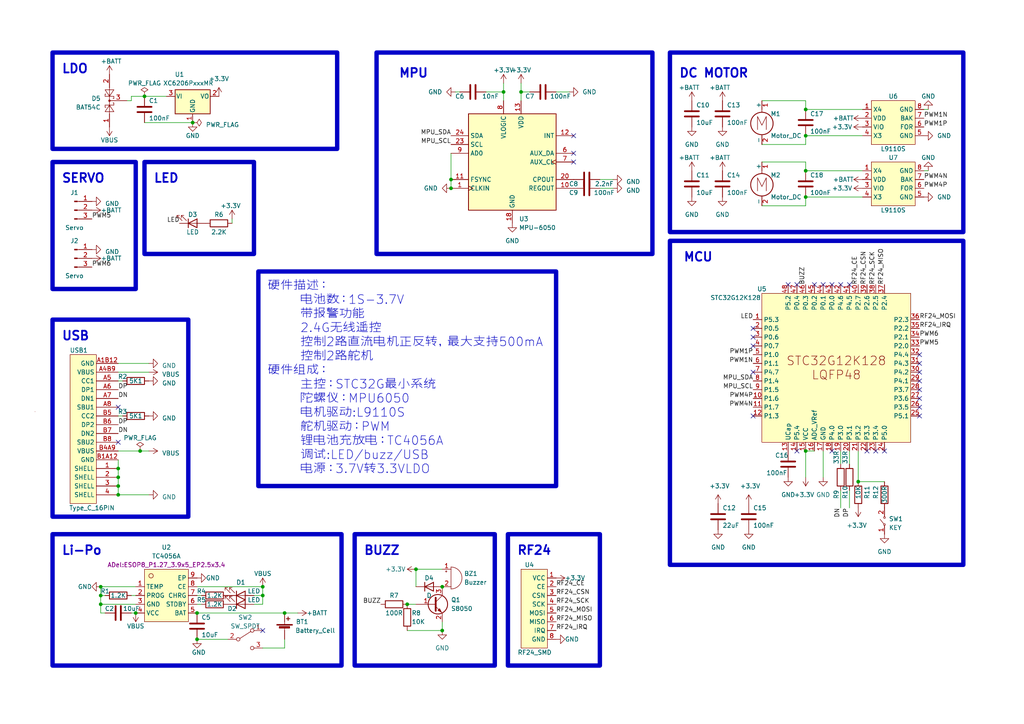
<source format=kicad_sch>
(kicad_sch (version 20230121) (generator eeschema)
  (paper "A4")
  (lib_symbols
    (symbol "ADel:KEY" (pin_names hide)
      (property "Reference" "SW" (at -1.27 1.27 0))
      (property "Value" "KEY" (at 3.81 1.27 0))
      (symbol "KEY_1_1"
        (pin passive line (at -2.54 0 0) (length 2.54) (name "A") (number "1"))
        (pin passive line (at 5.08 0 180) (length 2.54) (name "B") (number "2"))
      )
    )
    (symbol "ADel:L9110S"
      (property "Reference" "U" (at 0 1.27 0))
      (symbol "L9110S_1_1"
        (pin bidirectional line (at -2.54 -2.54 0) (length 2.54) (name "X4") (number "1"))
        (pin power_in line (at -2.54 -5.08 0) (length 2.54) (name "VDD") (number "2"))
        (pin power_in line (at -2.54 -7.62 0) (length 2.54) (name "VIO") (number "3"))
        (pin bidirectional line (at -2.54 -10.16 0) (length 2.54) (name "X3") (number "4"))
        (pin power_in line (at 15.24 -10.16 180) (length 2.54) (name "GND") (number "5"))
        (pin bidirectional line (at 15.24 -7.62 180) (length 2.54) (name "FOR") (number "6"))
        (pin bidirectional line (at 15.24 -5.08 180) (length 2.54) (name "BAK") (number "7"))
        (pin power_in line (at 15.24 -2.54 180) (length 2.54) (name "GND") (number "8"))
      )
    )
    (symbol "ADel:STC32G12K128_48P"
      (property "Reference" "U" (at 0 1.27 0))
      (symbol "STC32G12K128_48P_0_1"
        (text "STC32G12K128\nLQFP48" (at 21.59 -21.59 0) (effects (font (size 2.54 2.54))))
      )
      (symbol "STC32G12K128_48P_1_1"
        (pin bidirectional line (at -2.54 -7.62 0) (length 2.54) (name "P5.3") (number "1"))
        (pin bidirectional line (at -2.54 -30.48 0) (length 2.54) (name "P1.6") (number "10"))
        (pin bidirectional line (at -2.54 -33.02 0) (length 2.54) (name "P1.7") (number "11"))
        (pin bidirectional line (at -2.54 -35.56 0) (length 2.54) (name "P1.3") (number "12"))
        (pin bidirectional line (at 7.62 -45.72 90) (length 2.54) (name "UCap") (number "13"))
        (pin bidirectional line (at 10.16 -45.72 90) (length 2.54) (name "P5.4") (number "14"))
        (pin power_in line (at 12.7 -45.72 90) (length 2.54) (name "VCC") (number "15"))
        (pin power_in line (at 15.24 -45.72 90) (length 2.54) (name "ADC_VRef") (number "16"))
        (pin power_in line (at 17.78 -45.72 90) (length 2.54) (name "GND") (number "17"))
        (pin bidirectional line (at 20.32 -45.72 90) (length 2.54) (name "P4.0") (number "18"))
        (pin bidirectional line (at 22.86 -45.72 90) (length 2.54) (name "P3.0") (number "19"))
        (pin bidirectional line (at -2.54 -10.16 0) (length 2.54) (name "P0.5") (number "2"))
        (pin bidirectional line (at 25.4 -45.72 90) (length 2.54) (name "P3.1") (number "20"))
        (pin bidirectional line (at 27.94 -45.72 90) (length 2.54) (name "P3.2") (number "21"))
        (pin bidirectional line (at 30.48 -45.72 90) (length 2.54) (name "P3.3") (number "22"))
        (pin bidirectional line (at 33.02 -45.72 90) (length 2.54) (name "P3.4") (number "23"))
        (pin bidirectional line (at 35.56 -45.72 90) (length 2.54) (name "P5.0") (number "24"))
        (pin bidirectional line (at 45.72 -35.56 180) (length 2.54) (name "P5.1") (number "25"))
        (pin bidirectional line (at 45.72 -33.02 180) (length 2.54) (name "P3.5") (number "26"))
        (pin bidirectional line (at 45.72 -30.48 180) (length 2.54) (name "P3.6") (number "27"))
        (pin bidirectional line (at 45.72 -27.94 180) (length 2.54) (name "P3.7") (number "28"))
        (pin bidirectional line (at 45.72 -25.4 180) (length 2.54) (name "P4.1") (number "29"))
        (pin bidirectional line (at -2.54 -12.7 0) (length 2.54) (name "P0.6") (number "3"))
        (pin bidirectional line (at 45.72 -22.86 180) (length 2.54) (name "P4.2") (number "30"))
        (pin bidirectional line (at 45.72 -20.32 180) (length 2.54) (name "P4.3") (number "31"))
        (pin bidirectional line (at 45.72 -17.78 180) (length 2.54) (name "P4.4") (number "32"))
        (pin bidirectional line (at 45.72 -15.24 180) (length 2.54) (name "P2.0") (number "33"))
        (pin bidirectional line (at 45.72 -12.7 180) (length 2.54) (name "P2.1") (number "34"))
        (pin bidirectional line (at 45.72 -10.16 180) (length 2.54) (name "P2.2") (number "35"))
        (pin bidirectional line (at 45.72 -7.62 180) (length 2.54) (name "P2.3") (number "36"))
        (pin bidirectional line (at 35.56 2.54 270) (length 2.54) (name "P2.4") (number "37"))
        (pin bidirectional line (at 33.02 2.54 270) (length 2.54) (name "P2.5") (number "38"))
        (pin bidirectional line (at 30.48 2.54 270) (length 2.54) (name "P2.6") (number "39"))
        (pin bidirectional line (at -2.54 -15.24 0) (length 2.54) (name "P0.7") (number "4"))
        (pin bidirectional line (at 27.94 2.54 270) (length 2.54) (name "P2.7") (number "40"))
        (pin bidirectional line (at 25.4 2.54 270) (length 2.54) (name "P4.5") (number "41"))
        (pin bidirectional line (at 22.86 2.54 270) (length 2.54) (name "P4.6") (number "42"))
        (pin bidirectional line (at 20.32 2.54 270) (length 2.54) (name "P0.0") (number "43"))
        (pin bidirectional line (at 17.78 2.54 270) (length 2.54) (name "P0.1") (number "44"))
        (pin bidirectional line (at 15.24 2.54 270) (length 2.54) (name "P0.2") (number "45"))
        (pin bidirectional line (at 12.7 2.54 270) (length 2.54) (name "P0.3") (number "46"))
        (pin bidirectional line (at 10.16 2.54 270) (length 2.54) (name "P0.4") (number "47"))
        (pin bidirectional line (at 7.62 2.54 270) (length 2.54) (name "P5.2") (number "48"))
        (pin bidirectional line (at -2.54 -17.78 0) (length 2.54) (name "P1.0") (number "5"))
        (pin bidirectional line (at -2.54 -20.32 0) (length 2.54) (name "P1.1") (number "6"))
        (pin bidirectional line (at -2.54 -22.86 0) (length 2.54) (name "P4.7") (number "7"))
        (pin bidirectional line (at -2.54 -25.4 0) (length 2.54) (name "P1.4") (number "8"))
        (pin bidirectional line (at -2.54 -27.94 0) (length 2.54) (name "P1.5") (number "9"))
      )
    )
    (symbol "ADel:TC4056A"
      (property "Reference" "U" (at 0 1.27 0))
      (property "Value" "TC4056A" (at 8.89 1.27 0))
      (property "Footprint" "Del:ESOP8_P1.27_3.9x5_EP2.5x3.4" (at 7.62 -16.51 0))
      (symbol "TC4056A_1_1"
        (pin input line (at -2.54 -5.08 0) (length 2.54) (name "TEMP") (number "1"))
        (pin output line (at -2.54 -7.62 0) (length 2.54) (name "PROG") (number "2"))
        (pin power_in line (at -2.54 -10.16 0) (length 2.54) (name "GND") (number "3"))
        (pin power_in line (at -2.54 -12.7 0) (length 2.54) (name "VCC") (number "4"))
        (pin power_out line (at 15.24 -12.7 180) (length 2.54) (name "BAT") (number "5"))
        (pin output line (at 15.24 -10.16 180) (length 2.54) (name "STDBY") (number "6"))
        (pin output line (at 15.24 -7.62 180) (length 2.54) (name "CHRG") (number "7"))
        (pin input line (at 15.24 -5.08 180) (length 2.54) (name "CE") (number "8"))
        (pin power_in line (at 15.24 -2.54 180) (length 2.54) (name "EP") (number "9"))
      )
    )
    (symbol "ADel:Type_C_16PIN"
      (property "Reference" "USB" (at 2.54 1.27 0))
      (property "Value" "Type_C_16PIN" (at 6.35 -44.45 0))
      (symbol "Type_C_16PIN_1_1"
        (pin power_in line (at 13.97 -33.02 180) (length 6.35) (name "SHELL") (number "1"))
        (pin power_in line (at 13.97 -35.56 180) (length 6.35) (name "SHELL") (number "2"))
        (pin power_in line (at 13.97 -38.1 180) (length 6.35) (name "SHELL") (number "3"))
        (pin power_in line (at 13.97 -40.64 180) (length 6.35) (name "SHELL") (number "4"))
        (pin power_in line (at 13.97 -2.54 180) (length 6.35) (name "GND") (number "A1B12"))
        (pin power_in line (at 13.97 -5.08 180) (length 6.35) (name "VBUS") (number "A4B9"))
        (pin bidirectional line (at 13.97 -7.62 180) (length 6.35) (name "CC1") (number "A5"))
        (pin bidirectional line (at 13.97 -10.16 180) (length 6.35) (name "DP1") (number "A6"))
        (pin bidirectional line (at 13.97 -12.7 180) (length 6.35) (name "DN1") (number "A7"))
        (pin bidirectional line (at 13.97 -15.24 180) (length 6.35) (name "SBU1") (number "A8"))
        (pin power_in line (at 13.97 -30.48 180) (length 6.35) (name "GND") (number "B1A12"))
        (pin power_in line (at 13.97 -27.94 180) (length 6.35) (name "VBUS") (number "B4A9"))
        (pin bidirectional line (at 13.97 -17.78 180) (length 6.35) (name "CC2") (number "B5"))
        (pin bidirectional line (at 13.97 -20.32 180) (length 6.35) (name "DP2") (number "B6"))
        (pin bidirectional line (at 13.97 -22.86 180) (length 6.35) (name "DN2") (number "B7"))
        (pin bidirectional line (at 13.97 -25.4 180) (length 6.35) (name "SBU2") (number "B8"))
      )
    )
    (symbol "Connector:Conn_01x03_Pin" (pin_names (offset 1.016) hide)
      (property "Reference" "J" (at 0 5.08 0))
      (property "Value" "Conn_01x03_Pin" (at 0 -5.08 0))
      (symbol "Conn_01x03_Pin_1_1"
        (pin passive line (at 5.08 2.54 180) (length 3.81) (name "Pin_1") (number "1"))
        (pin passive line (at 5.08 0 180) (length 3.81) (name "Pin_2") (number "2"))
        (pin passive line (at 5.08 -2.54 180) (length 3.81) (name "Pin_3") (number "3"))
      )
    )
    (symbol "Del_Schlib:RF24_SMD"
      (property "Reference" "U" (at 3.81 1.27 0))
      (property "Value" "RF24_SMD" (at 3.81 -24.13 0))
      (symbol "RF24_SMD_1_1"
        (pin power_in line (at -2.54 -2.54 0) (length 2.54) (name "VCC") (number "1"))
        (pin bidirectional line (at -2.54 -5.08 0) (length 2.54) (name "CE") (number "2"))
        (pin bidirectional line (at -2.54 -7.62 0) (length 2.54) (name "CSN") (number "3"))
        (pin bidirectional line (at -2.54 -10.16 0) (length 2.54) (name "SCK") (number "4"))
        (pin bidirectional line (at -2.54 -12.7 0) (length 2.54) (name "MOSI") (number "5"))
        (pin bidirectional line (at -2.54 -15.24 0) (length 2.54) (name "MISO") (number "6"))
        (pin bidirectional line (at -2.54 -17.78 0) (length 2.54) (name "IRQ") (number "7"))
        (pin power_in line (at -2.54 -20.32 0) (length 2.54) (name "GND") (number "8"))
      )
    )
    (symbol "Device:Battery_Cell" (pin_numbers hide) (pin_names (offset 0) hide)
      (property "Reference" "BT1" (at 5.08 2.54 0))
      (property "Value" "Battery_Cell" (at 8.89 0 0))
      (symbol "Battery_Cell_1_1"
        (pin passive line (at 0 -2.54 90) (length 2.54) (name "-") (number "1"))
        (pin passive line (at 0 5.08 270) (length 2.54) (name "+") (number "2"))
      )
    )
    (symbol "Device:Buzzer" (pin_names (offset 0.0254) hide)
      (property "Reference" "BZ" (at 3.81 1.27 0))
      (property "Value" "Buzzer" (at 3.81 -1.27 0))
      (symbol "Buzzer_1_1"
        (pin passive line (at -2.54 2.54 0) (length 2.54) (name "-") (number "1"))
        (pin passive line (at -2.54 -2.54 0) (length 2.54) (name "+") (number "2"))
      )
    )
    (symbol "Device:C" (pin_numbers hide) (pin_names (offset 0.254))
      (property "Reference" "C" (at 0.635 2.54 0))
      (property "Value" "C" (at 0.635 -2.54 0))
      (symbol "C_1_1"
        (pin passive line (at 0 3.81 270) (length 2.794) (name "~") (number "1"))
        (pin passive line (at 0 -3.81 90) (length 2.794) (name "~") (number "2"))
      )
    )
    (symbol "Device:D" (pin_numbers hide) (pin_names (offset 1.016) hide)
      (property "Reference" "D" (at 0 2.54 0))
      (property "Value" "D" (at 0 -2.54 0))
      (symbol "D_1_1"
        (pin passive line (at -3.81 0 0) (length 2.54) (name "K") (number "1"))
        (pin passive line (at 3.81 0 180) (length 2.54) (name "A") (number "2"))
      )
    )
    (symbol "Device:LED" (pin_numbers hide) (pin_names (offset 1.016) hide)
      (property "Reference" "D" (at 0 2.54 0))
      (property "Value" "LED" (at 0 -2.54 0))
      (symbol "LED_1_1"
        (pin passive line (at -3.81 0 0) (length 2.54) (name "K") (number "1"))
        (pin passive line (at 3.81 0 180) (length 2.54) (name "A") (number "2"))
      )
    )
    (symbol "Device:Q_NPN_BEC" (pin_names (offset 0) hide)
      (property "Reference" "Q" (at 5.08 1.27 0))
      (property "Value" "Q_NPN_BEC" (at 5.08 -1.27 0))
      (symbol "Q_NPN_BEC_1_1"
        (pin input line (at -5.08 0 0) (length 5.715) (name "B") (number "1"))
        (pin passive line (at 2.54 -5.08 90) (length 2.54) (name "E") (number "2"))
        (pin passive line (at 2.54 5.08 270) (length 2.54) (name "C") (number "3"))
      )
    )
    (symbol "Device:R" (pin_numbers hide) (pin_names (offset 0))
      (property "Reference" "R" (at 2.032 0 90))
      (property "Value" "R" (at 0 0 90))
      (symbol "R_1_1"
        (pin passive line (at 0 3.81 270) (length 1.27) (name "~") (number "1"))
        (pin passive line (at 0 -3.81 90) (length 1.27) (name "~") (number "2"))
      )
    )
    (symbol "Diode:BAT54C" (pin_names (offset 1.016))
      (property "Reference" "D" (at 0.635 -3.81 0))
      (property "Value" "BAT54C" (at -6.35 3.175 0))
      (symbol "BAT54C_1_1"
        (pin passive line (at -7.62 0 0) (length 3.81) (name "~") (number "1"))
        (pin passive line (at 7.62 0 180) (length 3.81) (name "~") (number "2"))
        (pin passive line (at 0 -5.08 90) (length 5.08) (name "~") (number "3"))
      )
    )
    (symbol "Motor:Motor_DC" (pin_names (offset 0))
      (property "Reference" "M" (at 2.54 2.54 0))
      (property "Value" "Motor_DC" (at 2.54 -5.08 0))
      (symbol "Motor_DC_1_1"
        (pin passive line (at 0 5.08 270) (length 2.54) (name "+") (number "1"))
        (pin passive line (at 0 -7.62 90) (length 2.54) (name "-") (number "2"))
      )
    )
    (symbol "Regulator_Linear:XC6206PxxxMR" (pin_names (offset 0.254))
      (property "Reference" "U" (at -3.81 3.175 0))
      (property "Value" "XC6206PxxxMR" (at 0 3.175 0))
      (symbol "XC6206PxxxMR_1_1"
        (pin power_in line (at 0 -7.62 90) (length 2.54) (name "GND") (number "1"))
        (pin power_out line (at 7.62 0 180) (length 2.54) (name "VO") (number "2"))
        (pin power_in line (at -7.62 0 0) (length 2.54) (name "VI") (number "3"))
      )
    )
    (symbol "Sensor_Motion:MPU-6050"
      (property "Reference" "U" (at -11.43 13.97 0))
      (property "Value" "MPU-6050" (at 7.62 -15.24 0))
      (symbol "MPU-6050_0_0"
        (text "" (at 12.7 -2.54 0) (effects (font (size 1.27 1.27))))
      )
      (symbol "MPU-6050_1_1"
        (pin input clock (at -17.78 -7.62 0) (length 5.08) (name "CLKIN") (number "1"))
        (pin passive line (at 17.78 -7.62 180) (length 5.08) (name "REGOUT") (number "10"))
        (pin input line (at -17.78 -5.08 0) (length 5.08) (name "FSYNC") (number "11"))
        (pin output line (at 17.78 7.62 180) (length 5.08) (name "INT") (number "12"))
        (pin power_in line (at 2.54 17.78 270) (length 3.81) (name "VDD") (number "13"))
        (pin no_connect line (at -12.7 -10.16 0) (length 2.54) hide (name "NC") (number "14"))
        (pin no_connect line (at 12.7 12.7 180) (length 2.54) hide (name "NC") (number "15"))
        (pin no_connect line (at 12.7 10.16 180) (length 2.54) hide (name "NC") (number "16"))
        (pin no_connect line (at 12.7 5.08 180) (length 2.54) hide (name "NC") (number "17"))
        (pin power_in line (at 0 -17.78 90) (length 3.81) (name "GND") (number "18"))
        (pin no_connect line (at 12.7 -10.16 180) (length 2.54) hide (name "RESV") (number "19"))
        (pin no_connect line (at -12.7 12.7 0) (length 2.54) hide (name "NC") (number "2"))
        (pin passive line (at 17.78 -5.08 180) (length 5.08) (name "CPOUT") (number "20"))
        (pin no_connect line (at 12.7 -2.54 180) (length 2.54) hide (name "RESV") (number "21"))
        (pin no_connect line (at 12.7 -12.7 180) (length 2.54) hide (name "RESV") (number "22"))
        (pin input line (at -17.78 5.08 0) (length 5.08) (name "SCL") (number "23"))
        (pin bidirectional line (at -17.78 7.62 0) (length 5.08) (name "SDA") (number "24"))
        (pin no_connect line (at -12.7 10.16 0) (length 2.54) hide (name "NC") (number "3"))
        (pin no_connect line (at -12.7 0 0) (length 2.54) hide (name "NC") (number "4"))
        (pin no_connect line (at -12.7 -2.54 0) (length 2.54) hide (name "NC") (number "5"))
        (pin bidirectional line (at 17.78 2.54 180) (length 5.08) (name "AUX_DA") (number "6"))
        (pin output clock (at 17.78 0 180) (length 5.08) (name "AUX_CL") (number "7"))
        (pin power_in line (at -2.54 17.78 270) (length 3.81) (name "VLOGIC") (number "8"))
        (pin input line (at -17.78 2.54 0) (length 5.08) (name "AD0") (number "9"))
      )
    )
    (symbol "Switch:SW_SPDT" (pin_names (offset 0) hide)
      (property "Reference" "SW" (at 0 4.318 0))
      (property "Value" "SW_SPDT" (at 0 -5.08 0))
      (symbol "SW_SPDT_1_1"
        (pin passive line (at 5.08 2.54 180) (length 2.54) (name "A") (number "1"))
        (pin passive line (at -5.08 0 0) (length 2.54) (name "B") (number "2"))
        (pin passive line (at 5.08 -2.54 180) (length 2.54) (name "C") (number "3"))
      )
    )
    (symbol "power:+3.3V" (power) (pin_names (offset 0))
      (property "Value" "+3.3V" (at 0 3.556 0))
      (symbol "+3.3V_1_1"
        (pin power_in line (at 0 0 90) (length 0) hide (name "+3.3V") (number "1"))
      )
    )
    (symbol "power:+BATT" (power) (pin_names (offset 0))
      (property "Value" "+BATT" (at 0 3.556 0))
      (symbol "+BATT_1_1"
        (pin power_in line (at 0 0 90) (length 0) hide (name "+BATT") (number "1"))
      )
    )
    (symbol "power:GND" (power) (pin_names (offset 0))
      (property "Value" "GND" (at 0 -3.81 0))
      (symbol "GND_1_1"
        (pin power_in line (at 0 0 270) (length 0) hide (name "GND") (number "1"))
      )
    )
    (symbol "power:PWR_FLAG" (power) (pin_numbers hide) (pin_names (offset 0) hide)
      (property "Value" "PWR_FLAG" (at 0 3.81 0))
      (symbol "PWR_FLAG_0_0"
        (pin power_out line (at 0 0 90) (length 0) (name "pwr") (number "1"))
      )
    )
    (symbol "power:VBUS" (power) (pin_names (offset 0))
      (property "Value" "VBUS" (at 0 3.81 0))
      (symbol "VBUS_1_1"
        (pin power_in line (at 0 0 90) (length 0) hide (name "VBUS") (number "1"))
      )
    )
  )
  (junction (at 82.55 177.8))
  (junction (at 128.27 170.18))
  (junction (at 34.29 143.51))
  (junction (at 233.68 39.37))
  (junction (at 29.21 170.18))
  (junction (at 118.11 175.26))
  (junction (at 55.88 35.56))
  (junction (at 76.2 170.18))
  (junction (at 40.64 130.81))
  (junction (at 128.27 182.88))
  (junction (at 233.68 130.81))
  (junction (at 120.65 165.1))
  (junction (at 34.29 135.89))
  (junction (at 233.68 49.53))
  (junction (at 233.68 57.15))
  (junction (at 57.15 185.42))
  (junction (at 130.81 52.07))
  (junction (at 76.2 172.72))
  (junction (at 130.81 54.61))
  (junction (at 146.05 26.67))
  (junction (at 34.29 140.97))
  (junction (at 29.21 172.72))
  (junction (at 41.91 27.94))
  (junction (at 34.29 138.43))
  (junction (at 233.68 31.75))
  (junction (at 57.15 177.8))
  (junction (at 29.21 175.26))
  (junction (at 151.13 26.67))
  (junction (at 248.92 139.7))
  (junction (at 39.37 177.8))
  (no_connect (at 228.6 82.55))
  (no_connect (at 218.44 120.65))
  (no_connect (at 256.54 130.81))
  (no_connect (at 76.2 182.88))
  (no_connect (at 266.7 102.87))
  (no_connect (at 166.37 44.45))
  (no_connect (at 241.3 82.55))
  (no_connect (at 246.38 82.55))
  (no_connect (at 266.7 118.11))
  (no_connect (at 266.7 107.95))
  (no_connect (at 166.37 39.37))
  (no_connect (at 218.44 107.95))
  (no_connect (at 218.44 95.25))
  (no_connect (at 243.84 82.55))
  (no_connect (at 218.44 100.33))
  (no_connect (at 231.14 82.55))
  (no_connect (at 34.29 128.27))
  (no_connect (at 266.7 120.65))
  (no_connect (at 34.29 118.11))
  (no_connect (at 231.14 130.81))
  (no_connect (at 241.3 130.81))
  (no_connect (at 236.22 82.55))
  (no_connect (at 266.7 115.57))
  (no_connect (at 254 130.81))
  (no_connect (at 266.7 110.49))
  (no_connect (at 251.46 130.81))
  (no_connect (at 266.7 105.41))
  (no_connect (at 238.76 82.55))
  (no_connect (at 218.44 97.79))
  (no_connect (at 266.7 113.03))
  (no_connect (at 166.37 46.99))
  (wire (pts (xy 34.29 140.97) (xy 34.29 143.51)))
  (wire (pts (xy 233.68 41.91) (xy 220.98 41.91)))
  (wire (pts (xy 82.55 187.96) (xy 82.55 185.42)))
  (wire (pts (xy 165.1 26.67) (xy 161.29 26.67)))
  (wire (pts (xy 76.2 175.26) (xy 76.2 172.72)))
  (wire (pts (xy 34.29 133.35) (xy 34.29 135.89)))
  (wire (pts (xy 29.21 170.18) (xy 39.37 170.18)))
  (wire (pts (xy 177.8 54.61) (xy 173.99 54.61)))
  (wire (pts (xy 29.21 177.8) (xy 29.21 175.26)))
  (wire (pts (xy 246.38 142.24) (xy 246.38 147.32)))
  (wire (pts (xy 233.68 130.81) (xy 236.22 130.81)))
  (wire (pts (xy 73.66 172.72) (xy 76.2 172.72)))
  (wire (pts (xy 43.18 105.41) (xy 34.29 105.41)))
  (wire (pts (xy 153.67 26.67) (xy 151.13 26.67)))
  (wire (pts (xy 233.68 138.43) (xy 233.68 130.81)))
  (wire (pts (xy 220.98 29.21) (xy 233.68 29.21)))
  (wire (pts (xy 30.48 177.8) (xy 29.21 177.8)))
  (wire (pts (xy 151.13 24.13) (xy 151.13 26.67)))
  (wire (pts (xy 233.68 31.75) (xy 250.19 31.75)))
  (wire (pts (xy 269.24 49.53) (xy 267.97 49.53)))
  (wire (pts (xy 130.81 44.45) (xy 130.81 52.07)))
  (wire (pts (xy 29.21 172.72) (xy 29.21 170.18)))
  (wire (pts (xy 57.15 177.8) (xy 82.55 177.8)))
  (wire (pts (xy 233.68 39.37) (xy 233.68 41.91)))
  (wire (pts (xy 76.2 187.96) (xy 82.55 187.96)))
  (wire (pts (xy 34.29 130.81) (xy 40.64 130.81)))
  (wire (pts (xy 128.27 180.34) (xy 128.27 182.88)))
  (wire (pts (xy 57.15 175.26) (xy 58.42 175.26)))
  (wire (pts (xy 233.68 46.99) (xy 233.68 49.53)))
  (wire (pts (xy 86.36 177.8) (xy 82.55 177.8)))
  (wire (pts (xy 269.24 31.75) (xy 267.97 31.75)))
  (wire (pts (xy 132.08 26.67) (xy 133.35 26.67)))
  (wire (pts (xy 35.56 120.65) (xy 34.29 120.65)))
  (wire (pts (xy 76.2 170.18) (xy 76.2 172.72)))
  (wire (pts (xy 39.37 175.26) (xy 29.21 175.26)))
  (wire (pts (xy 43.18 107.95) (xy 34.29 107.95)))
  (wire (pts (xy 140.97 26.67) (xy 146.05 26.67)))
  (wire (pts (xy 233.68 29.21) (xy 233.68 31.75)))
  (wire (pts (xy 246.38 130.81) (xy 246.38 134.62)))
  (wire (pts (xy 34.29 143.51) (xy 43.18 143.51)))
  (wire (pts (xy 55.88 35.56) (xy 41.91 35.56)))
  (wire (pts (xy 120.65 165.1) (xy 120.65 170.18)))
  (wire (pts (xy 243.84 130.81) (xy 243.84 134.62)))
  (wire (pts (xy 146.05 24.13) (xy 146.05 26.67)))
  (wire (pts (xy 34.29 135.89) (xy 34.29 138.43)))
  (wire (pts (xy 248.92 130.81) (xy 248.92 139.7)))
  (wire (pts (xy 173.99 52.07) (xy 177.8 52.07)))
  (wire (pts (xy 57.15 172.72) (xy 58.42 172.72)))
  (wire (pts (xy 38.1 29.21) (xy 38.1 27.94)))
  (wire (pts (xy 38.1 27.94) (xy 41.91 27.94)))
  (wire (pts (xy 118.11 182.88) (xy 128.27 182.88)))
  (wire (pts (xy 118.11 175.26) (xy 120.65 175.26)))
  (wire (pts (xy 130.81 52.07) (xy 130.81 54.61)))
  (wire (pts (xy 57.15 170.18) (xy 76.2 170.18)))
  (wire (pts (xy 36.83 29.21) (xy 38.1 29.21)))
  (wire (pts (xy 243.84 147.32) (xy 243.84 142.24)))
  (wire (pts (xy 38.1 172.72) (xy 39.37 172.72)))
  (wire (pts (xy 220.98 46.99) (xy 233.68 46.99)))
  (wire (pts (xy 233.68 59.69) (xy 220.98 59.69)))
  (wire (pts (xy 238.76 138.43) (xy 238.76 130.81)))
  (wire (pts (xy 57.15 185.42) (xy 66.04 185.42)))
  (wire (pts (xy 248.92 139.7) (xy 256.54 139.7)))
  (wire (pts (xy 233.68 57.15) (xy 250.19 57.15)))
  (wire (pts (xy 38.1 177.8) (xy 39.37 177.8)))
  (wire (pts (xy 233.68 39.37) (xy 250.19 39.37)))
  (wire (pts (xy 233.68 57.15) (xy 233.68 59.69)))
  (wire (pts (xy 67.31 63.5) (xy 67.31 64.77)))
  (wire (pts (xy 73.66 175.26) (xy 76.2 175.26)))
  (wire (pts (xy 146.05 26.67) (xy 146.05 29.21)))
  (wire (pts (xy 35.56 110.49) (xy 34.29 110.49)))
  (wire (pts (xy 34.29 138.43) (xy 34.29 140.97)))
  (wire (pts (xy 30.48 172.72) (xy 29.21 172.72)))
  (wire (pts (xy 233.68 49.53) (xy 250.19 49.53)))
  (wire (pts (xy 41.91 27.94) (xy 48.26 27.94)))
  (wire (pts (xy 151.13 26.67) (xy 151.13 29.21)))
  (wire (pts (xy 40.64 130.81) (xy 43.18 130.81)))
  (wire (pts (xy 120.65 165.1) (xy 128.27 165.1)))
  (wire (pts (xy 29.21 175.26) (xy 29.21 172.72)))
  (rectangle (start 15.24 92.71) (end 54.61 149.86) (stroke (width 1.27)))
  (rectangle (start 102.87 154.94) (end 143.51 193.04) (stroke (width 1.27)))
  (rectangle (start 15.24 154.94) (end 99.06 193.04) (stroke (width 1.27)))
  (rectangle (start 15.24 46.99) (end 39.37 83.82) (stroke (width 1.27)))
  (rectangle (start 147.32 154.94) (end 173.99 193.04) (stroke (width 1.27)))
  (rectangle (start 109.22 15.24) (end 189.23 73.66) (stroke (width 1.27)))
  (rectangle (start 15.24 15.24) (end 97.79 43.18) (stroke (width 1.27)))
  (rectangle (start 194.31 69.85) (end 279.4 163.83) (stroke (width 1.27)))
  (rectangle (start 194.31 15.24) (end 279.4 67.31) (stroke (width 1.27)))
  (rectangle (start 41.91 46.99) (end 73.66 73.66) (stroke (width 1.27)))
  (text_box "硬件描述：\n	电池数：1S-3.7V\n	带报警功能\n	2.4G无线遥控\n	控制2路直流电机正反转，最大支持500mA\n	控制2路舵机\n硬件组成：\n	主控：STC32G最小系统\n	陀螺仪：MPU6050\n	电机驱动:L9110S\n	舵机驱动：PWM\n	锂电池充放电：TC4056A\n	调试:LED/buzz/USB\n	电源：3.7V转3.3VLDO\n" (at 74.93 78.74 0) (size 86.36 62.23) (stroke (width 1.27)) (effects (font (size 2.54 2.54)) (justify left top)))
  (text "DC MOTOR" (at 196.85 22.86 0) (effects (font (size 2.54 2.54) (thickness 0.508) bold) (justify left bottom)))
  (text "USB" (at 17.78 99.06 0) (effects (font (size 2.54 2.54) (thickness 0.508) bold) (justify left bottom)))
  (text "LED" (at 44.45 53.34 0) (effects (font (size 2.54 2.54) bold) (justify left bottom)))
  (text "MPU" (at 115.57 22.86 0) (effects (font (size 2.54 2.54) (thickness 0.508) bold) (justify left bottom)))
  (text "LDO" (at 17.78 21.59 0) (effects (font (size 2.54 2.54) bold) (justify left bottom)))
  (text "Li-Po" (at 17.78 161.29 0) (effects (font (size 2.54 2.54) (thickness 0.508) bold) (justify left bottom)))
  (text "SERVO" (at 17.78 53.34 0) (effects (font (size 2.54 2.54) bold) (justify left bottom)))
  (text "BUZZ" (at 105.41 161.29 0) (effects (font (size 2.54 2.54) (thickness 0.508) bold) (justify left bottom)))
  (text "RF24" (at 149.86 161.29 0) (effects (font (size 2.54 2.54) (thickness 0.508) bold) (justify left bottom)))
  (text "MCU" (at 198.12 76.2 0) (effects (font (size 2.54 2.54) bold) (justify left bottom)))
  (label "PWM1P" (at 267.97 36.83 0))
  (label "DN" (at 34.29 125.73 0))
  (label "PWM1N" (at 267.97 34.29 0))
  (label "LED" (at 52.07 64.77 180))
  (label "DP" (at 34.29 123.19 0))
  (label "RF24_CE" (at 248.92 82.55 90))
  (label "LED" (at 218.44 92.71 180))
  (label "PWM6" (at 266.7 97.79 0))
  (label "RF24_MISO" (at 256.54 82.55 90))
  (label "RF24_SCK" (at 254 82.55 90))
  (label "MPU_SCL" (at 218.44 113.03 180))
  (label "PWM1P" (at 218.44 102.87 180))
  (label "MPU_SDA" (at 218.44 110.49 180))
  (label "PWM4P" (at 267.97 54.61 0))
  (label "RF24_IRQ" (at 266.7 95.25 0))
  (label "BUZZ" (at 110.49 175.26 180))
  (label "PWM4P" (at 218.44 115.57 180))
  (label "RF24_MISO" (at 161.29 180.34 0))
  (label "RF24_CSN" (at 161.29 172.72 0))
  (label "RF24_IRQ" (at 161.29 182.88 0))
  (label "PWM1N" (at 218.44 105.41 180))
  (label "PWM6" (at 26.67 77.47 0))
  (label "PWM4N" (at 267.97 52.07 0))
  (label "PWM5" (at 26.67 63.5 0))
  (label "RF24_MOSI" (at 266.7 92.71 0))
  (label "RF24_CE" (at 161.29 170.18 0))
  (label "DP" (at 34.29 113.03 0))
  (label "DP" (at 246.38 147.32 270))
  (label "PWM4N" (at 218.44 118.11 180))
  (label "BUZZ" (at 233.68 82.55 90))
  (label "RF24_SCK" (at 161.29 175.26 0))
  (label "DN" (at 34.29 115.57 0))
  (label "DN" (at 243.84 147.32 270))
  (label "MPU_SCL" (at 130.81 41.91 180))
  (label "RF24_MOSI" (at 161.29 177.8 0))
  (label "MPU_SDA" (at 130.81 39.37 180))
  (label "RF24_CSN" (at 251.46 82.55 90))
  (label "PWM5" (at 266.7 100.33 0))
  (symbol (lib_id "power:GND") (at 165.1 26.67 90) (unit 1)
    (property "Reference" "#PWR030" (effects hide))
    (property "Value" "GND" (at 168.91 26.67 90) (effects (justify right)))
  )
  (symbol (lib_id "power:PWR_FLAG") (at 40.64 130.81 0) (unit 1)
    (property "Reference" "#FLG01" (effects hide))
    (property "Value" "PWR_FLAG" (at 40.64 127 0))
  )
  (symbol (lib_id "power:GND") (at 130.81 54.61 270) (unit 1)
    (property "Reference" "#PWR023" (effects hide))
    (property "Value" "GND" (at 127 54.61 90) (effects (justify right)))
  )
  (symbol (lib_id "power:GND") (at 43.18 110.49 90) (unit 1)
    (property "Reference" "#PWR011" (effects hide))
    (property "Value" "GND" (at 46.99 111.125 90) (effects (justify right)))
  )
  (symbol (lib_id "Device:R") (at 248.92 143.51 0) (unit 1)
    (property "Reference" "R11" (at 251.46 144.78 90) (effects (justify left)))
    (property "Value" "10K" (at 248.92 144.78 90) (effects (justify left)))
    (property "Footprint" "Resistor_SMD:R_0603_1608Metric_Pad0.98x0.95mm_HandSolder" (effects hide))
  )
  (symbol (lib_id "Device:Buzzer") (at 130.81 167.64 0) (unit 1)
    (property "Reference" "BZ1" (at 134.62 166.3699 0) (effects (justify left)))
    (property "Value" "Buzzer" (at 134.62 168.9099 0) (effects (justify left)))
    (property "Footprint" "ADel:DET402" (effects hide))
  )
  (symbol (lib_id "power:GND") (at 128.27 182.88 0) (unit 1)
    (property "Reference" "#PWR022" (effects hide))
    (property "Value" "GND" (at 128.27 187.96 0))
  )
  (symbol (lib_id "power:GND") (at 209.55 57.15 0) (unit 1)
    (property "Reference" "#PWR042" (effects hide))
    (property "Value" "GND" (at 209.55 62.23 0))
  )
  (symbol (lib_id "Device:R") (at 62.23 172.72 90) (unit 1)
    (property "Reference" "R4" (at 58.42 171.45 90))
    (property "Value" "1.2K" (at 62.23 172.72 90))
    (property "Footprint" "Resistor_SMD:R_0603_1608Metric_Pad0.98x0.95mm_HandSolder" (effects hide))
  )
  (symbol (lib_id "power:GND") (at 256.54 154.94 0) (unit 1)
    (property "Reference" "#PWR053" (effects hide))
    (property "Value" "GND" (at 256.54 160.02 0))
  )
  (symbol (lib_id "Device:C") (at 41.91 31.75 0) (unit 1)
    (property "Reference" "C1" (at 43.18 29.21 0) (effects (justify left)))
    (property "Value" "100nF" (at 43.18 34.29 0) (effects (justify left)))
    (property "Footprint" "Capacitor_SMD:C_0603_1608Metric_Pad1.08x0.95mm_HandSolder" (effects hide))
  )
  (symbol (lib_id "power:GND") (at 228.6 138.43 0) (unit 1)
    (property "Reference" "#PWR045" (effects hide))
    (property "Value" "GND" (at 228.6 143.51 0))
  )
  (symbol (lib_id "power:GND") (at 148.59 64.77 0) (unit 1)
    (property "Reference" "#PWR026" (effects hide))
    (property "Value" "GND" (at 148.59 69.85 0))
  )
  (symbol (lib_id "Motor:Motor_DC") (at 220.98 34.29 0) (unit 1)
    (property "Reference" "M1" (at 223.52 33.02 0) (effects (justify left)))
    (property "Value" "Motor_DC" (at 223.52 39.37 0) (effects (justify left)))
    (property "Footprint" "ADel:PH2.0_2P_LT" (effects hide))
  )
  (symbol (lib_id "power:+3.3V") (at 146.05 24.13 0) (unit 1)
    (property "Reference" "#PWR025" (effects hide))
    (property "Value" "+3.3V" (at 146.05 20.32 0))
  )
  (symbol (lib_id "power:+3.3V") (at 250.19 54.61 90) (unit 1)
    (property "Reference" "#PWR052" (effects hide))
    (property "Value" "+3.3V" (at 241.3 54.61 90) (effects (justify right)))
  )
  (symbol (lib_id "power:GND") (at 57.15 167.64 90) (unit 1)
    (property "Reference" "#PWR016" (effects hide))
    (property "Value" "GND" (at 59.69 167.64 90) (effects (justify right)))
  )
  (symbol (lib_id "power:PWR_FLAG") (at 41.91 27.94 0) (unit 1)
    (property "Reference" "#FLG03" (effects hide))
    (property "Value" "PWR_FLAG" (at 41.91 24.13 0))
  )
  (symbol (lib_id "power:GND") (at 55.88 35.56 0) (unit 1)
    (property "Reference" "#PWR07" (effects hide))
    (property "Value" "GND" (at 55.88 39.37 0))
  )
  (symbol (lib_id "Sensor_Motion:MPU-6050") (at 148.59 46.99 0) (unit 1)
    (property "Reference" "U3" (at 150.5459 63.5 0) (effects (justify left)))
    (property "Value" "MPU-6050" (at 150.5459 66.04 0) (effects (justify left)))
    (property "Footprint" "Sensor_Motion:InvenSense_QFN-24_4x4mm_P0.5mm" (effects hide))
    (property "Datasheet" "https://invensense.tdk.com/wp-content/uploads/2015/02/MPU-6000-Datasheet1.pdf" (effects hide))
  )
  (symbol (lib_id "power:+BATT") (at 200.66 29.21 0) (unit 1)
    (property "Reference" "#PWR033" (effects hide))
    (property "Value" "+BATT" (at 196.85 25.4 0) (effects (justify left)))
  )
  (symbol (lib_id "Device:C") (at 228.6 134.62 0) (unit 1)
    (property "Reference" "C16" (at 224.79 132.08 0) (effects (justify left)))
    (property "Value" "100nF" (at 222.25 137.16 0) (effects (justify left)))
    (property "Footprint" "Capacitor_SMD:C_0603_1608Metric_Pad1.08x0.95mm_HandSolder" (effects hide))
  )
  (symbol (lib_id "Device:LED") (at 69.85 175.26 0) (mirror x) (unit 1)
    (property "Reference" "D2" (at 67.31 176.53 0))
    (property "Value" "LED" (at 73.66 173.99 0))
    (property "Footprint" "LED_SMD:LED_0603_1608Metric_Pad1.05x0.95mm_HandSolder" (effects hide))
  )
  (symbol (lib_id "power:+BATT") (at 200.66 49.53 0) (unit 1)
    (property "Reference" "#PWR035" (effects hide))
    (property "Value" "+BATT" (at 196.85 45.72 0) (effects (justify left)))
  )
  (symbol (lib_id "power:GND") (at 26.67 58.42 90) (unit 1)
    (property "Reference" "#PWR02" (effects hide))
    (property "Value" "GND" (at 30.48 59.055 90) (effects (justify right)))
  )
  (symbol (lib_id "power:+3.3V") (at 208.28 146.05 0) (unit 1)
    (property "Reference" "#PWR037" (effects hide))
    (property "Value" "+3.3V" (at 205.74 140.97 0) (effects (justify left)))
  )
  (symbol (lib_id "power:GND") (at 267.97 57.15 90) (unit 1)
    (property "Reference" "#PWR055" (effects hide))
    (property "Value" "GND" (at 271.78 57.15 90) (effects (justify right)))
  )
  (symbol (lib_id "power:+BATT") (at 86.36 177.8 270) (unit 1)
    (property "Reference" "#PWR018" (effects hide))
    (property "Value" "+BATT" (at 88.9 177.8 90) (effects (justify left)))
  )
  (symbol (lib_id "ADel:L9110S") (at 252.73 46.99 0) (unit 1)
    (property "Reference" "U7" (at 259.08 45.72 0))
    (property "Value" "L9110S" (at 259.08 60.96 0))
    (property "Footprint" "Package_SO:SOP-8_5.28x5.23mm_P1.27mm" (effects hide))
  )
  (symbol (lib_id "Device:R") (at 256.54 143.51 0) (unit 1)
    (property "Reference" "R12" (at 254 144.78 90) (effects (justify left)))
    (property "Value" "300R" (at 256.54 146.05 90) (effects (justify left)))
    (property "Footprint" "Resistor_SMD:R_0603_1608Metric_Pad0.98x0.95mm_HandSolder" (effects hide))
  )
  (symbol (lib_id "Device:Q_NPN_BEC") (at 125.73 175.26 0) (unit 1)
    (property "Reference" "Q1" (at 130.81 173.9899 0) (effects (justify left)))
    (property "Value" "S8050" (at 130.81 176.5299 0) (effects (justify left)))
    (property "Footprint" "Package_TO_SOT_SMD:SOT-23" (effects hide))
  )
  (symbol (lib_id "Motor:Motor_DC") (at 220.98 52.07 0) (unit 1)
    (property "Reference" "M2" (at 223.52 50.8 0) (effects (justify left)))
    (property "Value" "Motor_DC" (at 223.52 57.15 0) (effects (justify left)))
    (property "Footprint" "ADel:PH2.0_2P_LT" (effects hide))
  )
  (symbol (lib_id "power:GND") (at 177.8 54.61 90) (unit 1)
    (property "Reference" "#PWR032" (effects hide))
    (property "Value" "GND" (at 181.61 55.245 90) (effects (justify right)))
  )
  (symbol (lib_id "power:GND") (at 217.17 153.67 0) (unit 1)
    (property "Reference" "#PWR044" (effects hide))
    (property "Value" "GND" (at 217.17 158.75 0))
  )
  (symbol (lib_id "Device:R") (at 39.37 110.49 90) (unit 1)
    (property "Reference" "R2" (at 35.56 109.22 90))
    (property "Value" "5K1" (at 39.37 110.49 90))
    (property "Footprint" "Resistor_SMD:R_0603_1608Metric_Pad0.98x0.95mm_HandSolder" (effects hide))
  )
  (symbol (lib_id "power:+BATT") (at 250.19 34.29 90) (unit 1)
    (property "Reference" "#PWR049" (effects hide))
    (property "Value" "+BATT" (at 247.65 34.29 90) (effects (justify left)))
  )
  (symbol (lib_id "Device:C") (at 170.18 52.07 90) (unit 1)
    (property "Reference" "C8" (at 166.37 53.34 90))
    (property "Value" "2.2nF" (at 175.26 53.34 90))
    (property "Footprint" "Capacitor_SMD:C_0603_1608Metric_Pad1.08x0.95mm_HandSolder" (effects hide))
  )
  (symbol (lib_id "Device:R") (at 62.23 175.26 90) (unit 1)
    (property "Reference" "R5" (at 58.42 173.99 90))
    (property "Value" "1.2K" (at 62.23 175.26 90))
    (property "Footprint" "Resistor_SMD:R_0603_1608Metric_Pad0.98x0.95mm_HandSolder" (effects hide))
  )
  (symbol (lib_id "power:+3.3V") (at 67.31 63.5 0) (unit 1)
    (property "Reference" "#PWR020" (effects hide))
    (property "Value" "+3.3V" (at 69.85 59.69 0) (effects (justify right)))
  )
  (symbol (lib_id "power:+BATT") (at 209.55 29.21 0) (unit 1)
    (property "Reference" "#PWR039" (effects hide))
    (property "Value" "+BATT" (at 205.74 25.4 0) (effects (justify left)))
  )
  (symbol (lib_id "Switch:SW_SPDT") (at 71.12 185.42 0) (unit 1)
    (property "Reference" "SW2" (at 71.12 179.07 0))
    (property "Value" "SW_SPDT" (at 71.12 181.61 0))
    (property "Footprint" "Button_Switch_SMD:SW_SPDT_CK-JS102011SAQN" (effects hide))
  )
  (symbol (lib_id "Device:C") (at 170.18 54.61 90) (unit 1)
    (property "Reference" "C9" (at 166.37 55.88 90))
    (property "Value" "100nF" (at 175.26 55.88 90))
    (property "Footprint" "Capacitor_SMD:C_0603_1608Metric_Pad1.08x0.95mm_HandSolder" (effects hide))
  )
  (symbol (lib_id "Connector:Conn_01x03_Pin") (at 21.59 60.96 0) (unit 1)
    (property "Reference" "J1" (at 21.59 55.88 0))
    (property "Value" "Servo" (at 21.59 66.04 0))
    (property "Footprint" "Connector_PinHeader_2.54mm:PinHeader_1x03_P2.54mm_Vertical" (effects hide))
  )
  (symbol (lib_id "power:+3.3V") (at 151.13 24.13 0) (unit 1)
    (property "Reference" "#PWR027" (effects hide))
    (property "Value" "+3.3V" (at 151.13 20.32 0))
  )
  (symbol (lib_id "Device:C") (at 200.66 33.02 0) (unit 1)
    (property "Reference" "C10" (at 201.93 30.48 0) (effects (justify left)))
    (property "Value" "10uF" (at 201.93 35.56 0) (effects (justify left)))
    (property "Footprint" "Capacitor_SMD:C_0603_1608Metric_Pad1.08x0.95mm_HandSolder" (effects hide))
  )
  (symbol (lib_id "power:VBUS") (at 39.37 177.8 180) (unit 1)
    (property "Reference" "#PWR08" (effects hide))
    (property "Value" "VBUS" (at 41.91 181.61 0) (effects (justify left)))
  )
  (symbol (lib_id "power:GND") (at 43.18 143.51 90) (unit 1)
    (property "Reference" "#PWR014" (effects hide))
    (property "Value" "GND" (at 46.99 144.145 90) (effects (justify right)))
  )
  (symbol (lib_id "Del_Schlib:RF24_SMD") (at 158.75 165.1 0) (mirror y) (unit 1)
    (property "Reference" "U4" (at 154.94 163.83 0) (effects (justify left)))
    (property "Value" "RF24_SMD" (at 160.02 189.23 0) (effects (justify left)))
    (property "Footprint" "ADel:RF24_SMD" (effects hide))
  )
  (symbol (lib_id "power:GND") (at 177.8 52.07 90) (unit 1)
    (property "Reference" "#PWR031" (effects hide))
    (property "Value" "GND" (at 181.61 52.705 90) (effects (justify right)))
  )
  (symbol (lib_id "power:GND") (at 132.08 26.67 270) (unit 1)
    (property "Reference" "#PWR024" (effects hide))
    (property "Value" "GND" (at 128.27 26.67 90) (effects (justify right)))
  )
  (symbol (lib_id "power:GND") (at 57.15 185.42 0) (unit 1)
    (property "Reference" "#PWR017" (effects hide))
    (property "Value" "GND" (at 59.69 189.23 0) (effects (justify right)))
  )
  (symbol (lib_id "power:GND") (at 209.55 36.83 0) (unit 1)
    (property "Reference" "#PWR040" (effects hide))
    (property "Value" "GND" (at 209.55 41.91 0))
  )
  (symbol (lib_id "Device:C") (at 137.16 26.67 90) (unit 1)
    (property "Reference" "C6" (at 133.35 27.94 90))
    (property "Value" "10nF" (at 142.24 27.94 90))
    (property "Footprint" "Capacitor_SMD:C_0603_1608Metric_Pad1.08x0.95mm_HandSolder" (effects hide))
  )
  (symbol (lib_id "Device:R") (at 243.84 138.43 180) (unit 1)
    (property "Reference" "R9" (at 242.57 144.78 90) (effects (justify right)))
    (property "Value" "33R" (at 242.57 134.62 90) (effects (justify right)))
    (property "Footprint" "Resistor_SMD:R_0603_1608Metric_Pad0.98x0.95mm_HandSolder" (effects hide))
  )
  (symbol (lib_id "power:VBUS") (at 43.18 130.81 270) (unit 1)
    (property "Reference" "#PWR013" (effects hide))
    (property "Value" "VBUS" (at 46.99 131.445 90) (effects (justify left)))
  )
  (symbol (lib_id "Device:R") (at 114.3 175.26 90) (unit 1)
    (property "Reference" "R7" (at 114.3 172.72 90))
    (property "Value" "100R" (at 114.3 177.8 90))
    (property "Footprint" "Resistor_SMD:R_0603_1608Metric_Pad0.98x0.95mm_HandSolder" (effects hide))
  )
  (symbol (lib_id "power:GND") (at 43.18 105.41 90) (unit 1)
    (property "Reference" "#PWR09" (effects hide))
    (property "Value" "GND" (at 46.99 106.045 90) (effects (justify right)))
  )
  (symbol (lib_id "power:VBUS") (at 31.75 36.83 180) (unit 1)
    (property "Reference" "#PWR058" (effects hide))
    (property "Value" "VBUS" (at 31.75 40.64 0))
  )
  (symbol (lib_id "Device:C") (at 157.48 26.67 90) (unit 1)
    (property "Reference" "C7" (at 153.67 27.94 90))
    (property "Value" "100nF" (at 162.56 27.94 90))
    (property "Footprint" "Capacitor_SMD:C_0603_1608Metric_Pad1.08x0.95mm_HandSolder" (effects hide))
  )
  (symbol (lib_id "Device:C") (at 209.55 53.34 0) (unit 1)
    (property "Reference" "C14" (at 210.82 50.8 0) (effects (justify left)))
    (property "Value" "100nF" (at 210.82 55.88 0) (effects (justify left)))
    (property "Footprint" "Capacitor_SMD:C_0603_1608Metric_Pad1.08x0.95mm_HandSolder" (effects hide))
  )
  (symbol (lib_id "power:+3.3V") (at 120.65 165.1 90) (unit 1)
    (property "Reference" "#PWR021" (effects hide))
    (property "Value" "+3.3V" (at 111.76 165.1 90) (effects (justify right)))
  )
  (symbol (lib_id "Diode:BAT54C") (at 31.75 29.21 90) (unit 1)
    (property "Reference" "D5" (at 29.21 28.575 90) (effects (justify left)))
    (property "Value" "BAT54C" (at 29.21 31.115 90) (effects (justify left)))
    (property "Footprint" "Package_TO_SOT_SMD:SOT-23" (effects hide))
    (property "Datasheet" "http://www.diodes.com/_files/datasheets/ds11005.pdf" (effects hide))
  )
  (symbol (lib_id "Device:D") (at 124.46 170.18 0) (unit 1)
    (property "Reference" "D4" (at 124.46 167.64 0))
    (property "Value" "D" (at 124.46 172.72 0))
    (property "Footprint" "Diode_SMD:D_SOD-123" (effects hide))
  )
  (symbol (lib_id "Device:C") (at 217.17 149.86 0) (unit 1)
    (property "Reference" "C15" (at 218.44 147.32 0) (effects (justify left)))
    (property "Value" "100nF" (at 218.44 152.4 0) (effects (justify left)))
    (property "Footprint" "Capacitor_SMD:C_0603_1608Metric_Pad1.08x0.95mm_HandSolder" (effects hide))
  )
  (symbol (lib_id "Device:R") (at 39.37 120.65 90) (unit 1)
    (property "Reference" "R3" (at 35.56 119.38 90))
    (property "Value" "5K1" (at 39.37 120.65 90))
    (property "Footprint" "Resistor_SMD:R_0603_1608Metric_Pad0.98x0.95mm_HandSolder" (effects hide))
  )
  (symbol (lib_id "power:+3.3V") (at 250.19 36.83 90) (unit 1)
    (property "Reference" "#PWR050" (effects hide))
    (property "Value" "+3.3V" (at 241.3 36.83 90) (effects (justify right)))
  )
  (symbol (lib_id "power:+BATT") (at 26.67 74.93 270) (unit 1)
    (property "Reference" "#PWR05" (effects hide))
    (property "Value" "+BATT" (at 29.21 74.93 90) (effects (justify left)))
  )
  (symbol (lib_id "Device:C") (at 233.68 53.34 0) (unit 1)
    (property "Reference" "C18" (at 234.95 50.8 0) (effects (justify left)))
    (property "Value" "100nF" (at 234.95 55.88 0) (effects (justify left)))
    (property "Footprint" "Capacitor_SMD:C_0603_1608Metric_Pad1.08x0.95mm_HandSolder" (effects hide))
  )
  (symbol (lib_id "ADel:KEY") (at 256.54 152.4 90) (unit 1)
    (property "Reference" "SW1" (at 257.81 150.495 90) (effects (justify right)))
    (property "Value" "KEY" (at 257.81 153.035 90) (effects (justify right)))
    (property "Footprint" "ADel:SW_2x4x3.5_SIDE" (effects hide))
  )
  (symbol (lib_id "power:+BATT") (at 250.19 52.07 90) (unit 1)
    (property "Reference" "#PWR051" (effects hide))
    (property "Value" "+BATT" (at 247.65 52.07 90) (effects (justify left)))
  )
  (symbol (lib_id "power:GND") (at 200.66 36.83 0) (unit 1)
    (property "Reference" "#PWR034" (effects hide))
    (property "Value" "GND" (at 200.66 41.91 0))
  )
  (symbol (lib_id "Device:C") (at 209.55 33.02 0) (unit 1)
    (property "Reference" "C13" (at 210.82 30.48 0) (effects (justify left)))
    (property "Value" "100nF" (at 210.82 35.56 0) (effects (justify left)))
    (property "Footprint" "Capacitor_SMD:C_0603_1608Metric_Pad1.08x0.95mm_HandSolder" (effects hide))
  )
  (symbol (lib_id "power:GND") (at 200.66 57.15 0) (unit 1)
    (property "Reference" "#PWR036" (effects hide))
    (property "Value" "GND" (at 200.66 62.23 0))
  )
  (symbol (lib_id "power:+3.3V") (at 248.92 147.32 180) (unit 1)
    (property "Reference" "#PWR048" (effects hide))
    (property "Value" "+3.3V" (at 251.46 152.4 0) (effects (justify left)))
  )
  (symbol (lib_id "power:GND") (at 208.28 153.67 0) (unit 1)
    (property "Reference" "#PWR038" (effects hide))
    (property "Value" "GND" (at 208.28 158.75 0))
  )
  (symbol (lib_id "Device:R") (at 118.11 179.07 180) (unit 1)
    (property "Reference" "R8" (at 119.38 177.8 0) (effects (justify right)))
    (property "Value" "10K" (at 119.38 180.34 0) (effects (justify right)))
    (property "Footprint" "Resistor_SMD:R_0603_1608Metric_Pad0.98x0.95mm_HandSolder" (effects hide))
  )
  (symbol (lib_id "Regulator_Linear:XC6206PxxxMR") (at 55.88 27.94 0) (unit 1)
    (property "Reference" "U1" (at 52.07 21.59 0))
    (property "Value" "XC6206PxxxMR" (at 54.61 24.13 0))
    (property "Footprint" "Package_TO_SOT_SMD:SOT-23" (effects hide))
    (property "Datasheet" "https://www.torexsemi.com/file/xc6206/XC6206.pdf" (effects hide))
  )
  (symbol (lib_id "power:+3.3V") (at 233.68 138.43 180) (unit 1)
    (property "Reference" "#PWR046" (effects hide))
    (property "Value" "+3.3V" (at 236.22 143.51 0) (effects (justify left)))
  )
  (symbol (lib_id "Device:R") (at 63.5 64.77 90) (unit 1)
    (property "Reference" "R6" (at 63.5 62.23 90))
    (property "Value" "2.2K" (at 63.5 67.31 90))
    (property "Footprint" "Resistor_SMD:R_0603_1608Metric_Pad0.98x0.95mm_HandSolder" (effects hide))
  )
  (symbol (lib_id "power:+3.3V") (at 217.17 146.05 0) (unit 1)
    (property "Reference" "#PWR043" (effects hide))
    (property "Value" "+3.3V" (at 214.63 140.97 0) (effects (justify left)))
  )
  (symbol (lib_id "power:+BATT") (at 26.67 60.96 270) (unit 1)
    (property "Reference" "#PWR03" (effects hide))
    (property "Value" "+BATT" (at 29.21 60.96 90) (effects (justify left)))
  )
  (symbol (lib_id "power:PWR_FLAG") (at 55.88 35.56 270) (unit 1)
    (property "Reference" "#FLG02" (effects hide))
    (property "Value" "PWR_FLAG" (at 59.69 36.195 90) (effects (justify left)))
  )
  (symbol (lib_id "power:VBUS") (at 43.18 107.95 270) (unit 1)
    (property "Reference" "#PWR010" (effects hide))
    (property "Value" "VBUS" (at 46.99 108.585 90) (effects (justify left)))
  )
  (symbol (lib_id "power:GND") (at 29.21 170.18 270) (unit 1)
    (property "Reference" "#PWR06" (effects hide))
    (property "Value" "GND" (at 26.67 170.18 90) (effects (justify right)))
  )
  (symbol (lib_id "power:GND") (at 43.18 120.65 90) (unit 1)
    (property "Reference" "#PWR012" (effects hide))
    (property "Value" "GND" (at 46.99 121.285 90) (effects (justify right)))
  )
  (symbol (lib_id "Device:C") (at 233.68 35.56 0) (unit 1)
    (property "Reference" "C17" (at 234.95 33.02 0) (effects (justify left)))
    (property "Value" "100nF" (at 234.95 38.1 0) (effects (justify left)))
    (property "Footprint" "Capacitor_SMD:C_0603_1608Metric_Pad1.08x0.95mm_HandSolder" (effects hide))
  )
  (symbol (lib_id "Device:LED") (at 55.88 64.77 0) (mirror x) (unit 1)
    (property "Reference" "D3" (at 55.88 62.23 0))
    (property "Value" "LED" (at 55.88 67.31 0))
    (property "Footprint" "LED_SMD:LED_0603_1608Metric_Pad1.05x0.95mm_HandSolder" (effects hide))
  )
  (symbol (lib_id "power:GND") (at 267.97 39.37 90) (unit 1)
    (property "Reference" "#PWR054" (effects hide))
    (property "Value" "GND" (at 271.78 39.37 90) (effects (justify right)))
  )
  (symbol (lib_id "Connector:Conn_01x03_Pin") (at 21.59 74.93 0) (unit 1)
    (property "Reference" "J2" (at 21.59 69.85 0))
    (property "Value" "Servo" (at 21.59 80.01 0))
    (property "Footprint" "Connector_PinHeader_2.54mm:PinHeader_1x03_P2.54mm_Vertical" (effects hide))
  )
  (symbol (lib_id "power:+3.3V") (at 63.5 27.94 0) (unit 1)
    (property "Reference" "#PWR015" (effects hide))
    (property "Value" "+3.3V" (at 63.5 22.86 0))
  )
  (symbol (lib_id "Device:C") (at 34.29 177.8 90) (unit 1)
    (property "Reference" "C2" (at 31.75 176.53 90))
    (property "Value" "10uF" (at 38.1 176.53 90))
    (property "Footprint" "Capacitor_SMD:C_0603_1608Metric_Pad1.08x0.95mm_HandSolder" (effects hide))
  )
  (symbol (lib_id "ADel:TC4056A") (at 41.91 165.1 0) (unit 1)
    (property "Reference" "U2" (at 48.26 158.75 0))
    (property "Value" "TC4056A" (at 48.26 161.29 0))
    (property "Footprint" "ADel:ESOP8_P1.27_3.9x5_EP2.5x3.4" (at 48.26 163.83 0))
  )
  (symbol (lib_id "power:GND") (at 238.76 138.43 0) (unit 1)
    (property "Reference" "#PWR047" (effects hide))
    (property "Value" "GND" (at 238.76 143.51 0))
  )
  (symbol (lib_id "power:+3.3V") (at 161.29 167.64 270) (unit 1)
    (property "Reference" "#PWR028" (effects hide))
    (property "Value" "+3.3V" (at 163.83 167.64 90) (effects (justify left)))
  )
  (symbol (lib_id "power:GND") (at 269.24 49.53 180) (unit 1)
    (property "Reference" "#PWR057" (effects hide))
    (property "Value" "GND" (at 269.24 45.72 0))
  )
  (symbol (lib_id "power:+BATT") (at 209.55 49.53 0) (unit 1)
    (property "Reference" "#PWR041" (effects hide))
    (property "Value" "+BATT" (at 205.74 45.72 0) (effects (justify left)))
  )
  (symbol (lib_id "ADel:STC32G12K128_48P") (at 220.98 85.09 0) (unit 1)
    (property "Reference" "U5" (at 220.98 83.82 0))
    (property "Value" "STC32G12K128" (at 213.36 86.36 0))
    (property "Footprint" "Package_QFP:LQFP-48_7x7mm_P0.5mm" (effects hide))
  )
  (symbol (lib_id "Device:C") (at 57.15 181.61 0) (unit 1)
    (property "Reference" "C5" (at 58.42 179.07 0) (effects (justify left)))
    (property "Value" "10uF" (at 58.42 184.15 0) (effects (justify left)))
    (property "Footprint" "Capacitor_SMD:C_0603_1608Metric_Pad1.08x0.95mm_HandSolder" (effects hide))
  )
  (symbol (lib_id "power:GND") (at 26.67 72.39 90) (unit 1)
    (property "Reference" "#PWR04" (effects hide))
    (property "Value" "GND" (at 30.48 73.025 90) (effects (justify right)))
  )
  (symbol (lib_id "power:GND") (at 161.29 185.42 90) (unit 1)
    (property "Reference" "#PWR029" (effects hide))
    (property "Value" "GND" (at 163.83 185.42 90) (effects (justify right)))
  )
  (symbol (lib_id "Device:Battery_Cell") (at 82.55 182.88 0) (unit 1)
    (property "Reference" "BT1" (at 87.63 180.34 0))
    (property "Value" "Battery_Cell" (at 91.44 182.88 0))
    (property "Footprint" "ADel:PH2.0_2P_LT" (effects hide))
  )
  (symbol (lib_id "ADel:L9110S") (at 252.73 29.21 0) (unit 1)
    (property "Reference" "U6" (at 259.08 27.94 0))
    (property "Value" "L9110S" (at 259.08 43.18 0))
    (property "Footprint" "Package_SO:SOP-8_5.28x5.23mm_P1.27mm" (effects hide))
  )
  (symbol (lib_id "Device:LED") (at 69.85 172.72 0) (mirror x) (unit 1)
    (property "Reference" "D1" (at 69.85 168.91 0))
    (property "Value" "LED" (at 73.66 171.45 0))
    (property "Footprint" "LED_SMD:LED_0603_1608Metric_Pad1.05x0.95mm_HandSolder" (effects hide))
  )
  (symbol (lib_id "power:+BATT") (at 31.75 21.59 0) (unit 1)
    (property "Reference" "#PWR01" (effects hide))
    (property "Value" "+BATT" (at 29.21 17.78 0) (effects (justify left)))
  )
  (symbol (lib_id "Device:R") (at 34.29 172.72 90) (unit 1)
    (property "Reference" "R1" (at 30.48 171.45 90))
    (property "Value" "1.2K" (at 34.29 172.72 90))
    (property "Footprint" "Resistor_SMD:R_0603_1608Metric_Pad0.98x0.95mm_HandSolder" (effects hide))
  )
  (symbol (lib_id "Device:C") (at 200.66 53.34 0) (unit 1)
    (property "Reference" "C11" (at 201.93 50.8 0) (effects (justify left)))
    (property "Value" "10uF" (at 201.93 55.88 0) (effects (justify left)))
    (property "Footprint" "Capacitor_SMD:C_0603_1608Metric_Pad1.08x0.95mm_HandSolder" (effects hide))
  )
  (symbol (lib_id "Device:C") (at 208.28 149.86 0) (unit 1)
    (property "Reference" "C12" (at 209.55 147.32 0) (effects (justify left)))
    (property "Value" "22uF" (at 209.55 152.4 0) (effects (justify left)))
    (property "Footprint" "Capacitor_SMD:C_1206_3216Metric" (effects hide))
  )
  (symbol (lib_id "power:VBUS") (at 76.2 170.18 0) (unit 1)
    (property "Reference" "#PWR019" (effects hide))
    (property "Value" "VBUS" (at 73.66 166.37 0) (effects (justify left)))
  )
  (symbol (lib_id "power:GND") (at 269.24 31.75 180) (unit 1)
    (property "Reference" "#PWR056" (effects hide))
    (property "Value" "GND" (at 269.24 27.94 0))
  )
  (symbol (lib_id "ADel:Type_C_16PIN") (at 20.32 102.87 0) (unit 1)
    (property "Reference" "USB1" (at 22.86 101.6 0))
    (property "Value" "Type_C_16PIN" (at 26.67 147.32 0))
    (property "Footprint" "ADel:TYPE-C-16PIN_SMD" (effects hide))
  )
  (symbol (lib_id "Device:R") (at 246.38 138.43 180) (unit 1)
    (property "Reference" "R10" (at 245.11 144.78 90) (effects (justify right)))
    (property "Value" "33R" (at 245.11 134.62 90) (effects (justify right)))
    (property "Footprint" "Resistor_SMD:R_0603_1608Metric_Pad0.98x0.95mm_HandSolder" (effects hide))
  )
)
</source>
